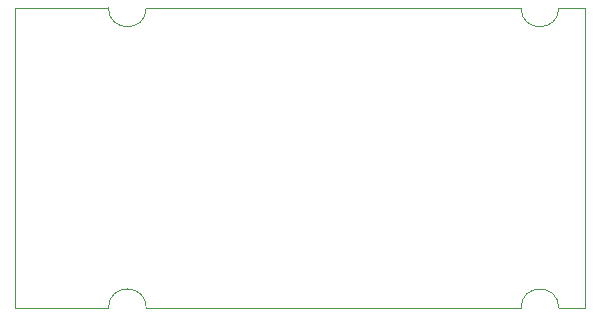
<source format=gbr>
%TF.GenerationSoftware,KiCad,Pcbnew,5.1.7-a382d34a8~88~ubuntu16.04.1*%
%TF.CreationDate,2021-06-30T18:42:57+02:00*%
%TF.ProjectId,555-piezo-trigger,3535352d-7069-4657-9a6f-2d7472696767,rev?*%
%TF.SameCoordinates,Original*%
%TF.FileFunction,Profile,NP*%
%FSLAX46Y46*%
G04 Gerber Fmt 4.6, Leading zero omitted, Abs format (unit mm)*
G04 Created by KiCad (PCBNEW 5.1.7-a382d34a8~88~ubuntu16.04.1) date 2021-06-30 18:42:57*
%MOMM*%
%LPD*%
G01*
G04 APERTURE LIST*
%TA.AperFunction,Profile*%
%ADD10C,0.100000*%
%TD*%
G04 APERTURE END LIST*
D10*
X96215000Y-64770000D02*
X127940000Y-64770000D01*
X133350000Y-64770000D02*
X133350000Y-90170000D01*
X127940000Y-90170000D02*
X96215000Y-90170000D01*
X85090000Y-90170000D02*
X85090000Y-64770000D01*
X96215000Y-64770000D02*
G75*
G02*
X93015000Y-64770000I-1600000J0D01*
G01*
X93015000Y-90170000D02*
G75*
G02*
X96215000Y-90170000I1600000J0D01*
G01*
X93015000Y-90170000D02*
X85090000Y-90170000D01*
X85090000Y-64770000D02*
X93015000Y-64770000D01*
X131140000Y-64770000D02*
G75*
G02*
X127940000Y-64770000I-1600000J0D01*
G01*
X131140000Y-64770000D02*
X133350000Y-64770000D01*
X127940000Y-90170000D02*
G75*
G02*
X131140000Y-90170000I1600000J0D01*
G01*
X133350000Y-90170000D02*
X131140000Y-90170000D01*
M02*

</source>
